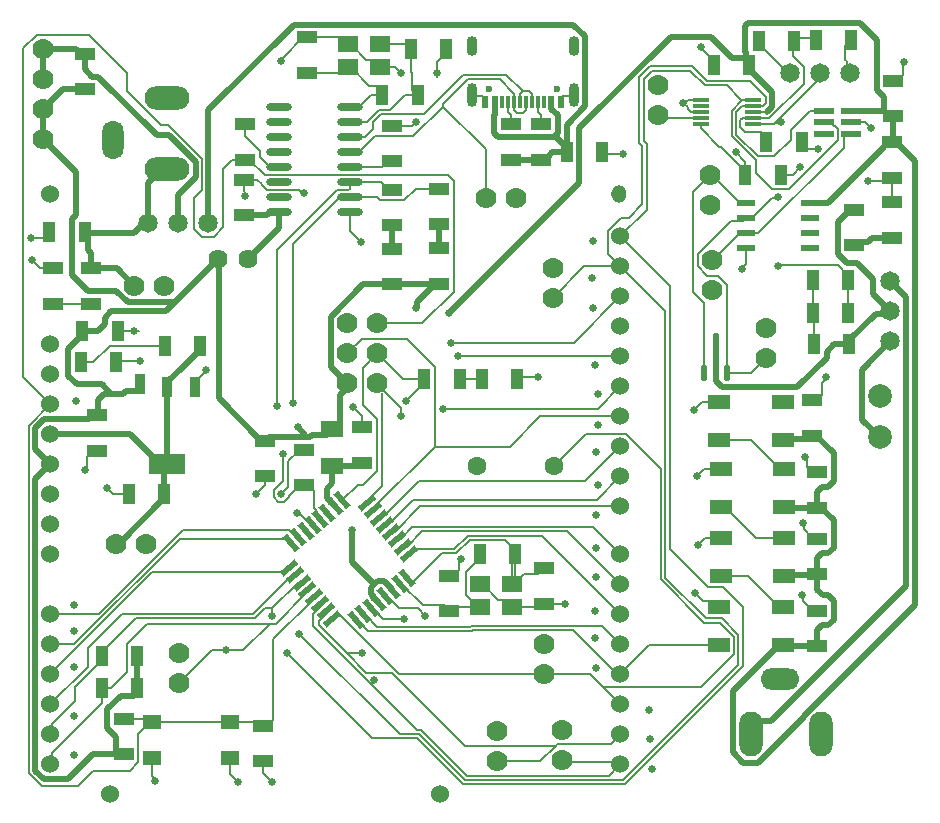
<source format=gtl>
G04*
G04 #@! TF.GenerationSoftware,Altium Limited,Altium Designer,24.2.2 (26)*
G04*
G04 Layer_Physical_Order=1*
G04 Layer_Color=255*
%FSLAX44Y44*%
%MOMM*%
G71*
G04*
G04 #@! TF.SameCoordinates,C9C70787-D61E-4D50-BDF8-59307FDF8C79*
G04*
G04*
G04 #@! TF.FilePolarity,Positive*
G04*
G01*
G75*
%ADD11C,0.5080*%
%ADD13C,0.1524*%
%ADD22R,0.6000X1.1400*%
%ADD23R,0.3000X1.1400*%
%ADD24R,1.8034X1.1176*%
%ADD25R,1.1176X1.8034*%
%ADD26R,1.9000X1.2065*%
G04:AMPARAMS|DCode=27|XSize=0.508mm|YSize=1.65mm|CornerRadius=0mm|HoleSize=0mm|Usage=FLASHONLY|Rotation=40.000|XOffset=0mm|YOffset=0mm|HoleType=Round|Shape=Rectangle|*
%AMROTATEDRECTD27*
4,1,4,0.3357,-0.7953,-0.7249,0.4687,-0.3357,0.7953,0.7249,-0.4687,0.3357,-0.7953,0.0*
%
%ADD27ROTATEDRECTD27*%

G04:AMPARAMS|DCode=28|XSize=0.508mm|YSize=1.65mm|CornerRadius=0mm|HoleSize=0mm|Usage=FLASHONLY|Rotation=310.000|XOffset=0mm|YOffset=0mm|HoleType=Round|Shape=Rectangle|*
%AMROTATEDRECTD28*
4,1,4,-0.7953,-0.3357,0.4687,0.7249,0.7953,0.3357,-0.4687,-0.7249,-0.7953,-0.3357,0.0*
%
%ADD28ROTATEDRECTD28*%

%ADD29O,2.2000X0.6096*%
%ADD30R,1.5000X1.2000*%
%ADD31R,0.8382X1.7000*%
%ADD32R,3.0988X1.7000*%
%ADD33R,1.4500X0.3000*%
%ADD34R,1.4700X0.3000*%
G04:AMPARAMS|DCode=35|XSize=1.61mm|YSize=0.59mm|CornerRadius=0.0738mm|HoleSize=0mm|Usage=FLASHONLY|Rotation=0.000|XOffset=0mm|YOffset=0mm|HoleType=Round|Shape=RoundedRectangle|*
%AMROUNDEDRECTD35*
21,1,1.6100,0.4425,0,0,0.0*
21,1,1.4625,0.5900,0,0,0.0*
1,1,0.1475,0.7313,-0.2213*
1,1,0.1475,-0.7313,-0.2213*
1,1,0.1475,-0.7313,0.2213*
1,1,0.1475,0.7313,0.2213*
%
%ADD35ROUNDEDRECTD35*%
%ADD36R,1.8542X1.3716*%
%ADD37R,1.8000X1.4000*%
G04:AMPARAMS|DCode=38|XSize=1.35mm|YSize=0.59mm|CornerRadius=0.1475mm|HoleSize=0mm|Usage=FLASHONLY|Rotation=90.000|XOffset=0mm|YOffset=0mm|HoleType=Round|Shape=RoundedRectangle|*
%AMROUNDEDRECTD38*
21,1,1.3500,0.2950,0,0,90.0*
21,1,1.0550,0.5900,0,0,90.0*
1,1,0.2950,0.1475,0.5275*
1,1,0.2950,0.1475,-0.5275*
1,1,0.2950,-0.1475,-0.5275*
1,1,0.2950,-0.1475,0.5275*
%
%ADD38ROUNDEDRECTD38*%
%ADD39R,1.5500X0.6000*%
%ADD73C,0.6000*%
%ADD74O,0.9000X2.0000*%
%ADD75O,0.9000X1.7000*%
%ADD76C,1.6200*%
%ADD77O,1.8000X3.3000*%
%ADD78O,3.8000X2.0000*%
%ADD79C,1.7780*%
%ADD80C,1.6500*%
%ADD81C,1.5240*%
%ADD82O,3.3000X1.8000*%
%ADD83O,2.0000X3.8000*%
%ADD84C,1.6000*%
%ADD85C,2.0000*%
%ADD86O,1.2700X1.5240*%
%ADD87C,0.6350*%
D11*
X725043Y621974D02*
Y664282D01*
X710637Y678688D02*
X725043Y664282D01*
X616132Y678688D02*
X710637D01*
X613156Y675712D02*
X616132Y678688D01*
X613156Y654359D02*
Y675712D01*
X616966Y639191D02*
Y642620D01*
X721233Y496824D02*
X737870D01*
X451811Y582168D02*
X452410Y582767D01*
X449450Y605865D02*
X454787Y600528D01*
X452410Y582767D02*
X454787Y585144D01*
X452410Y582513D02*
X462534Y572389D01*
X452410Y582513D02*
Y582767D01*
X449450Y605865D02*
Y611630D01*
X404169Y582168D02*
X451811D01*
X450143Y568960D02*
X462534D01*
X447167Y565984D02*
X450143Y568960D01*
X447167Y565912D02*
Y565984D01*
X415290Y562864D02*
X444119D01*
X447167Y565912D01*
X462534Y592216D02*
X478280Y607962D01*
X468214Y677164D02*
X478280Y667098D01*
X462534Y568960D02*
Y572389D01*
X401450Y600785D02*
Y611630D01*
X454787Y585144D02*
Y600528D01*
X462534Y572389D02*
Y592216D01*
X401193Y585144D02*
X404169Y582168D01*
X401193Y585144D02*
Y600528D01*
X401450Y600785D01*
X616966Y639191D02*
Y646049D01*
X631951Y603250D02*
X636156Y607454D01*
X159208Y604923D02*
X231449Y677164D01*
X167736Y360711D02*
Y478694D01*
X130810Y441960D02*
X167640Y478790D01*
X193040D02*
X219202Y504952D01*
X167640Y478790D02*
X167736Y478694D01*
X65731Y633222D02*
X115521Y583432D01*
X126034D01*
X133350Y533244D02*
X148540Y548434D01*
X133350Y509270D02*
Y533244D01*
X126034Y583432D02*
X148540Y560927D01*
X107950Y509270D02*
Y543133D01*
X104860Y509270D02*
X107950D01*
X618180Y76200D02*
Y81016D01*
X625072Y87908D01*
X635800D01*
X61441Y59690D02*
X84201D01*
X39851Y38100D02*
X61441Y59690D01*
X20140Y38100D02*
X39851D01*
X12700Y45539D02*
X20140Y38100D01*
X12700Y45539D02*
Y292100D01*
X25400Y304800D01*
X22860Y307340D02*
X25400D01*
X12700Y317500D02*
X22860Y307340D01*
X12700Y317500D02*
Y335461D01*
X20140Y342900D01*
X57785D01*
X61341Y346456D01*
X64770D01*
X19050Y580390D02*
Y605790D01*
Y580390D02*
X46990Y552450D01*
Y516073D02*
Y552450D01*
X43688Y512771D02*
X46990Y516073D01*
X43688Y465129D02*
Y512771D01*
Y465129D02*
X57205Y451612D01*
X81081D01*
X90733Y441960D01*
X130810D01*
X19050Y605790D02*
X35814Y622554D01*
X54610D01*
X52324Y414401D02*
Y417830D01*
X40386Y402463D02*
X52324Y414401D01*
X40386Y380039D02*
Y402463D01*
Y380039D02*
X47707Y372718D01*
X68934D01*
X77034Y364617D01*
X52324Y417830D02*
X65532D01*
X71274Y423572D01*
Y428598D01*
X77017Y434340D01*
X123190D01*
X130810Y441960D01*
X66040Y347726D02*
Y359664D01*
X70993Y364617D01*
X77034D01*
X81153Y62738D02*
X84201Y59690D01*
X81153Y62738D02*
Y74350D01*
X73533Y81970D02*
X81153Y74350D01*
X73533Y81970D02*
Y97354D01*
X85272Y109093D01*
X95758D01*
X98806Y112141D01*
X101346Y368511D02*
Y372820D01*
X99695Y366860D02*
X101346Y368511D01*
X89486Y366860D02*
X99695D01*
X87243Y364617D02*
X89486Y366860D01*
X77034Y364617D02*
X87243D01*
X203581Y324866D02*
X207010D01*
X210058Y327914D01*
X241300D01*
X234950Y336206D02*
Y336550D01*
Y336206D02*
X241300Y329856D01*
Y327914D02*
Y329856D01*
X262890Y387350D02*
X275463Y374777D01*
X262890Y387350D02*
Y429967D01*
X290377Y457454D01*
X312166D01*
X264160Y334391D02*
X266573D01*
X270891Y338709D01*
Y363974D01*
X275463Y368546D01*
Y374777D01*
X280670Y222134D02*
Y248920D01*
Y222134D02*
X299546Y203258D01*
X298858Y191791D02*
X302528Y188121D01*
X298858Y191791D02*
Y192795D01*
X296425Y195227D02*
X298858Y192795D01*
X296425Y195227D02*
Y200137D01*
X299546Y203258D01*
X314786Y198407D02*
Y199093D01*
X307501Y206378D02*
X314786Y199093D01*
X302667Y206378D02*
X307501D01*
X299546Y203258D02*
X302667Y206378D01*
X312166Y457454D02*
X312293Y457581D01*
X350774D01*
X335523Y442330D02*
X350774Y457581D01*
X335523Y437123D02*
Y442330D01*
X335280Y436880D02*
X335523Y437123D01*
X350774Y457581D02*
X350901Y457708D01*
X354330D01*
X737870Y577596D02*
X741299D01*
X663100Y90794D02*
Y91446D01*
X624426Y52120D02*
X663100Y90794D01*
X611934Y52120D02*
X624426D01*
X603100Y60954D02*
X611934Y52120D01*
X603100Y60954D02*
Y112589D01*
X642022Y151511D01*
X645490D01*
X613918Y649097D02*
Y653597D01*
X613156Y654359D02*
X613918Y653597D01*
X725043Y621974D02*
X731545Y615472D01*
Y603860D02*
Y615472D01*
X613918Y649097D02*
X616966Y646049D01*
X645490Y151511D02*
X645680Y151320D01*
X674180D01*
X674370Y151130D01*
X645490Y325501D02*
X646061Y326073D01*
X664019D01*
X667131Y329184D01*
X646760Y209931D02*
X647840Y211010D01*
X673290D01*
X674370Y212090D01*
X646760Y268351D02*
X646824Y268288D01*
X674306D01*
X674370Y268224D01*
X668350Y525780D02*
X683720D01*
X731393Y573453D01*
Y574548D01*
X735711Y578866D01*
X673989Y329184D02*
X688467Y314706D01*
Y290504D02*
Y314706D01*
X683931Y285968D02*
X688467Y290504D01*
X678906Y285968D02*
X683931D01*
X674370Y281432D02*
X678906Y285968D01*
X674370Y268224D02*
Y281432D01*
Y151130D02*
Y164338D01*
X678906Y168874D01*
X683931D01*
X688467Y173410D01*
Y188794D01*
X683423Y193838D02*
X688467Y188794D01*
X679414Y193838D02*
X683423D01*
X674370Y198882D02*
X679414Y193838D01*
X674370Y198882D02*
Y212090D01*
Y225298D01*
X678906Y229834D01*
X683931D01*
X688467Y234370D01*
Y257556D01*
X677799Y268224D02*
X688467Y257556D01*
X674370Y268224D02*
X677799D01*
X703600Y603860D02*
X731545D01*
X735711Y599694D01*
X739140D01*
Y578866D02*
Y599694D01*
X19050Y631190D02*
Y656590D01*
X47117D01*
X51181Y652526D01*
X54610D01*
X60960Y633222D02*
X65731D01*
X54610Y639572D02*
X60960Y633222D01*
X54610Y639572D02*
Y652526D01*
X54356Y501650D02*
X56388D01*
X57404Y500634D01*
X55372D02*
X57404Y498602D01*
Y486410D02*
Y498602D01*
Y486410D02*
X59690Y484124D01*
Y470916D02*
Y484124D01*
Y470916D02*
X81534D01*
X96520Y455930D01*
X189230Y515874D02*
X208689D01*
X210975Y518160D01*
X219202D01*
X712630Y342740D02*
X727710Y327660D01*
X712630Y342740D02*
Y384970D01*
X736600Y408940D01*
X688594Y406400D02*
X701802D01*
X593930Y370440D02*
X657659D01*
X588620Y375750D02*
X593930Y370440D01*
X588620Y375750D02*
Y408870D01*
X699698Y475107D02*
X708478D01*
X692023Y482782D02*
X699698Y475107D01*
X692023Y482782D02*
Y509778D01*
X702691Y520446D01*
X706120D01*
X701802Y406400D02*
Y409829D01*
X724128Y432155D01*
X734415D01*
X736600Y434340D01*
X354330Y487680D02*
X354584Y487934D01*
Y508000D01*
X314706Y487426D02*
Y507238D01*
X262320Y272875D02*
X265990Y269205D01*
X262320Y272875D02*
Y273878D01*
X259693Y276505D02*
X262320Y273878D01*
X259693Y276505D02*
Y284204D01*
X264160Y288671D01*
Y303149D01*
X282956D01*
X286131Y306324D01*
X289560D01*
X25400Y330200D02*
X92586D01*
X113656Y309130D01*
X119698D01*
X81280Y237490D02*
X83185D01*
X121666Y275971D01*
Y279400D01*
X118110Y305320D02*
X121666Y301764D01*
Y280352D02*
Y301764D01*
X119698Y306908D02*
X122872D01*
X124460Y305320D01*
Y374629D01*
X137297Y387466D01*
X137911D01*
X152146Y401701D01*
Y405130D01*
X602306Y649097D02*
X613918D01*
X736600Y459740D02*
X749930Y446410D01*
X231449Y677164D02*
X468214D01*
X709168Y493522D02*
X717931D01*
X721233Y496824D01*
X96224Y500634D02*
X104860Y509270D01*
X363220Y433070D02*
X473202Y543052D01*
X167736Y360711D02*
X203581Y324866D01*
X616966Y639191D02*
X636156Y620001D01*
X721447Y449493D02*
X736600Y434340D01*
X663100Y91446D02*
X757042Y185388D01*
X247269Y330073D02*
X259842D01*
X667131Y329184D02*
X673989D01*
X757042Y185388D02*
Y561853D01*
X708478Y475107D02*
X721447Y462139D01*
X741299Y577596D02*
X757042Y561853D01*
X682498Y395279D02*
Y400304D01*
X219202Y504952D02*
Y518160D01*
X148540Y548434D02*
Y560927D01*
X158750Y509270D02*
X159208Y509728D01*
X107950Y543133D02*
X119497Y554680D01*
X682498Y400304D02*
X688594Y406400D01*
X721447Y449493D02*
Y462139D01*
X706120Y490474D02*
X709168Y493522D01*
X57404Y500634D02*
X96224D01*
X635800Y87908D02*
X749930Y202038D01*
Y446410D01*
X550512Y666686D02*
X584717D01*
X98806Y112141D02*
Y142240D01*
X473202Y589376D02*
X550512Y666686D01*
X584717D02*
X602306Y649097D01*
X473202Y543052D02*
Y589376D01*
X657659Y370440D02*
X682498Y395279D01*
X259842Y330073D02*
X264160Y334391D01*
X636156Y607454D02*
Y620001D01*
X241300Y327914D02*
X245110D01*
X478280Y607962D02*
Y667098D01*
X245110Y327914D02*
X247269Y330073D01*
X119497Y554680D02*
X124460D01*
X159208Y509728D02*
Y604923D01*
X118110Y305320D02*
X119698Y306908D01*
X118110Y305320D02*
X124460D01*
X84201Y59690D02*
X87630D01*
D13*
X655066Y665480D02*
X672084D01*
X673354Y664210D01*
X655066Y662940D02*
Y665480D01*
X698500Y647568D02*
Y659384D01*
X703326Y664210D01*
X698500Y647568D02*
X699445Y646624D01*
Y639136D02*
Y646624D01*
Y639136D02*
X702310Y636270D01*
X653796Y650321D02*
Y661670D01*
X655066Y662940D01*
X653796Y650321D02*
X663062Y641055D01*
Y626817D02*
Y641055D01*
X634161Y597916D02*
X663062Y626817D01*
X629742Y597916D02*
X634161D01*
X629606Y598052D02*
X629742Y597916D01*
X620368Y598052D02*
X629606D01*
X620170Y598250D02*
X620368Y598052D01*
X624713Y662940D02*
X625094D01*
X623824Y662051D02*
X624713Y662940D01*
X649605Y636270D02*
X651510D01*
X623824Y662051D02*
X649605Y636270D01*
X651510D01*
X637934Y593250D02*
X676910Y632226D01*
Y636270D01*
X505460Y127000D02*
X508000D01*
X467868Y164592D02*
X505460Y127000D01*
X382581Y164592D02*
X467868D01*
X46016Y104436D02*
Y115993D01*
X25400Y76200D02*
X26793Y77593D01*
Y85213D01*
X46016Y104436D01*
X226060Y144780D02*
X297954Y72886D01*
X670560Y359156D02*
X673989D01*
X662940Y255270D02*
X663194Y255016D01*
Y249809D02*
Y255016D01*
Y249809D02*
X670941Y242062D01*
X421894Y378460D02*
X439420D01*
X666115Y303022D02*
Y307939D01*
X664210Y309844D02*
Y311150D01*
X220980Y647700D02*
X221903Y648623D01*
X289560Y336296D02*
Y345440D01*
X440690Y592836D02*
Y600808D01*
X437952Y603546D02*
X440690Y600808D01*
X298694Y588430D02*
Y594575D01*
X423148Y618698D02*
X425082Y620632D01*
X437950Y611630D02*
X437952Y611628D01*
Y603546D02*
Y611628D01*
X432752Y611828D02*
X432950Y611630D01*
X430818Y620632D02*
X432752Y618698D01*
Y611828D02*
Y618698D01*
X427752Y604562D02*
Y611432D01*
X427950Y611630D01*
X425082Y620632D02*
X430818D01*
X425818Y602628D02*
X427752Y604562D01*
X420082Y602628D02*
X425818D01*
X417752Y611828D02*
Y618698D01*
X492506Y568960D02*
X493776Y567690D01*
X341974Y601345D02*
X374917Y634288D01*
X418148Y604562D02*
Y611432D01*
X412950Y603347D02*
Y611630D01*
X415290Y592836D02*
Y601007D01*
X382200Y617430D02*
X383062Y616568D01*
X393450Y611630D02*
Y614330D01*
X383062Y616568D02*
X391212D01*
X393450Y614330D01*
X467838Y616568D02*
X468700Y617430D01*
X457450Y611630D02*
Y614330D01*
X459688Y616568D01*
X467838D01*
X417752Y611828D02*
X418148Y611432D01*
Y604562D02*
X420082Y602628D01*
X422950Y611630D02*
X423148Y611828D01*
Y618698D01*
X405718Y630732D02*
X417752Y618698D01*
X493776Y567690D02*
X510540D01*
X412950Y603347D02*
X415290Y601007D01*
X17930Y32766D02*
X48955D01*
X153874Y537148D02*
Y563136D01*
X7366Y337670D02*
X25296Y355600D01*
X147198Y530472D02*
X153874Y537148D01*
X119144Y592184D02*
X124826D01*
X25400Y50800D02*
X26910Y52310D01*
Y60706D01*
X68834Y102630D01*
Y115570D01*
X76708D01*
X89916Y128778D01*
Y152625D01*
X107344Y170053D01*
X211461D01*
X134620Y119380D02*
X162560Y147320D01*
X188728D02*
X211461Y170053D01*
X241600Y195610D02*
Y198746D01*
X216043Y170053D02*
X241600Y195610D01*
X211461Y170053D02*
X216043D01*
X581892Y200597D02*
X594865D01*
X527558Y631160D02*
X534700Y638302D01*
X597810Y625776D02*
X610336Y613250D01*
X680700Y594360D02*
X685800D01*
X689048Y591112D01*
X689686D01*
X692052Y588746D01*
Y579051D02*
Y588746D01*
X650592Y537591D02*
X692052Y579051D01*
X636680Y537591D02*
X650592D01*
X622554Y551717D02*
X636680Y537591D01*
X610336Y613250D02*
X620170D01*
X46016Y115993D02*
X66851Y136828D01*
Y143686D01*
X213360Y176530D02*
Y183045D01*
X235093Y204778D02*
X237985D01*
X213360Y183045D02*
X235093Y204778D01*
X450850Y445770D02*
X477520Y472440D01*
X508000D01*
X497078Y483362D02*
X508000Y472440D01*
X497078Y483362D02*
Y502364D01*
X508302Y513588D01*
X514936D01*
X526542Y525194D01*
X630822Y610382D02*
Y616118D01*
X628888Y608448D02*
X630822Y610382D01*
X620368Y608448D02*
X628888D01*
X620170Y608250D02*
X620368Y608448D01*
X668151Y603860D02*
X680700D01*
X652526Y588235D02*
X668151Y603860D01*
X652526Y579657D02*
Y588235D01*
X638400Y565531D02*
X652526Y579657D01*
X624488Y565531D02*
X638400D01*
X611281Y608250D02*
X620170D01*
X231140Y491314D02*
X270686Y530860D01*
X231140Y356870D02*
Y491314D01*
X253332Y184373D02*
Y186488D01*
X247302Y178343D02*
X253332Y184373D01*
X247302Y168193D02*
Y178343D01*
Y168193D02*
X296648Y118848D01*
X270686Y530860D02*
X301781D01*
X304321Y528320D01*
X325091D01*
X334743Y537972D01*
X354584D01*
X296648Y118848D02*
X299720Y121920D01*
X498348Y41148D02*
X508000Y50800D01*
X296648Y118848D02*
X335497Y79998D01*
X458470Y54610D02*
X460375Y52705D01*
X506095D01*
X508000Y50800D01*
X16764Y470916D02*
X27940D01*
X10160Y477520D02*
X16764Y470916D01*
X61341Y316484D02*
X64770D01*
X56515Y311658D02*
X61341Y316484D01*
X78740Y279400D02*
X91694D01*
X73660Y284480D02*
X78740Y279400D01*
X147574Y370320D02*
Y374629D01*
X157755Y384810D01*
X177392Y42318D02*
Y56278D01*
Y42318D02*
X184150Y35560D01*
X189230Y535940D02*
Y545846D01*
Y535940D02*
X190500Y534670D01*
X189230Y545846D02*
X200533D01*
X204576Y541803D01*
Y541253D02*
Y541803D01*
Y541253D02*
X208620Y537210D01*
X207010Y287020D02*
Y294894D01*
X199390Y279400D02*
X207010Y287020D01*
X205740Y43180D02*
Y53594D01*
Y43180D02*
X212090Y36830D01*
X236601Y317246D02*
X240030D01*
X739140Y629666D02*
X742569D01*
X747395Y634492D01*
Y644525D01*
X748030Y645160D01*
X271844Y666496D02*
X277630Y660710D01*
X279630D01*
X292792Y647548D01*
X297792D01*
X304030Y641310D01*
X278638Y502412D02*
Y518160D01*
Y502412D02*
X288290Y492760D01*
X296496Y183060D02*
X297980D01*
X307050Y173990D01*
X325120D01*
X304030Y641310D02*
X317540D01*
X322580Y636270D01*
X308754Y193346D02*
X310238D01*
X320442Y183142D01*
X336288D01*
X342900Y176530D01*
X314960Y591566D02*
X331180D01*
X333974Y594360D01*
X335280D01*
X360426Y653161D02*
Y656590D01*
X353060Y645795D02*
X360426Y653161D01*
X363220Y210566D02*
X366649D01*
X371475Y215392D01*
X389390Y203240D02*
X391390D01*
X404552Y190078D01*
X409552D01*
X415790Y183840D01*
X440126D01*
X443230Y186944D01*
X565026Y613250D02*
X576170D01*
X562646Y610870D02*
X565026Y613250D01*
X561340Y610870D02*
X562646D01*
X575972Y603448D02*
X576170Y603250D01*
X567452Y603448D02*
X575972D01*
X565201Y605699D02*
X567452Y603448D01*
X565201Y605699D02*
Y607009D01*
X561340Y610870D02*
X565201Y607009D01*
X577469Y357759D02*
X591490D01*
X570230Y350520D02*
X577469Y357759D01*
X586219Y189039D02*
X591490Y183769D01*
X578041Y189039D02*
X586219D01*
X571500Y195580D02*
X578041Y189039D01*
X578739Y300609D02*
X592760D01*
X572770Y294640D02*
X578739Y300609D01*
X580009Y242189D02*
X592760D01*
X574040Y236220D02*
X580009Y242189D01*
X737870Y526796D02*
Y547624D01*
X586994Y642620D02*
Y646049D01*
X643636Y549910D02*
X653751D01*
X660250Y556410D01*
X661416Y576326D02*
Y577850D01*
Y576326D02*
X666242Y571500D01*
X675341D01*
X670941Y181102D02*
X674370D01*
X670941Y242062D02*
X674370D01*
X735076Y544830D02*
X737870Y547624D01*
X717550Y544830D02*
X735076D01*
X703600Y594360D02*
X715010D01*
X720090Y589280D01*
X2413Y378587D02*
Y657195D01*
X14000Y668782D01*
X57629D01*
X153965Y497718D02*
X163535D01*
X109892Y86278D02*
X111392D01*
X99949Y76335D02*
X109892Y86278D01*
X99949Y52734D02*
Y76335D01*
X92427Y45212D02*
X99949Y52734D01*
X87630Y89662D02*
X108008D01*
X111392Y86278D01*
X203028D02*
X205740Y83566D01*
X193929Y562864D02*
X206883Y549910D01*
X361921D01*
X366903Y544928D01*
Y451006D02*
Y544928D01*
X340077Y424180D02*
X366903Y451006D01*
X302260Y424180D02*
X340077D01*
X205740Y83566D02*
X209169D01*
X213995Y88392D01*
Y156761D01*
X248271Y191036D01*
Y192520D01*
X229869Y211005D02*
X232760D01*
X278638Y581660D02*
X291924D01*
X278638Y568960D02*
X286590D01*
X300306Y582676D01*
X332756D01*
X357767Y607687D01*
X27940Y440944D02*
X59690D01*
X211250Y556260D02*
X219202D01*
X202819Y564691D02*
X211250Y556260D01*
X202819Y564691D02*
Y570191D01*
X190500Y582510D02*
X202819Y570191D01*
X190500Y582510D02*
Y592836D01*
X278638Y607060D02*
X286590D01*
X296750Y617220D01*
X306324D01*
X277630Y641310D02*
X279630D01*
X295465Y625475D01*
X301498D01*
X306324Y620649D01*
Y617220D02*
Y620649D01*
X242570Y636524D02*
X272844D01*
X277630Y641310D01*
X278638Y556260D02*
X306197D01*
X311531Y561594D01*
X314960D01*
X593189Y573815D02*
X613664Y553339D01*
X591819Y573815D02*
X593189D01*
X576170Y589464D02*
X591819Y573815D01*
X576170Y589464D02*
Y593250D01*
X671068Y433070D02*
X671830Y432308D01*
Y406400D02*
Y432308D01*
X670814Y461010D02*
X671068Y460756D01*
Y433070D02*
Y460756D01*
X584200Y549910D02*
X585470D01*
X609600Y525780D01*
X614350D01*
X579120Y382270D02*
Y441228D01*
X700786Y433324D02*
X701040Y433070D01*
X700786Y433324D02*
Y464439D01*
X691896Y473329D02*
X700786Y464439D01*
X642239Y473329D02*
X691896D01*
X641350Y472440D02*
X642239Y473329D01*
X613664Y549910D02*
Y553339D01*
Y561086D01*
X605790Y568960D02*
X613664Y561086D01*
X327045Y208693D02*
X329698Y206040D01*
X333216D01*
X380349Y240919D02*
X409956D01*
X415790Y235085D01*
X539750Y600710D02*
X542012Y598448D01*
X575972D01*
X576170Y598250D01*
X415790Y203240D02*
Y235085D01*
Y203240D02*
X417790D01*
X426640Y212090D01*
X438404D01*
X443230Y216916D01*
X415790Y203240D02*
X418846Y206296D01*
Y228600D01*
X591490Y325501D02*
X618400D01*
X643292Y300609D01*
X646760D01*
X329191Y229253D02*
X332861Y232923D01*
X367324D01*
X592760Y209931D02*
X615860D01*
X642022Y183769D01*
X645490D01*
X293272Y272059D02*
Y273543D01*
X305943Y286214D01*
Y365298D01*
X301879Y299368D02*
Y343252D01*
X290068Y355063D02*
X301879Y343252D01*
X290068Y355063D02*
Y386588D01*
X302260Y398780D01*
X323850Y377190D01*
X341884D01*
Y373761D02*
Y377190D01*
X326390Y358267D02*
X341884Y373761D01*
X326390Y358140D02*
Y358267D01*
X370840Y396240D02*
X508000D01*
X321013Y203631D02*
X322497D01*
X340708Y185420D01*
X358394D01*
X363220Y180594D01*
X366466Y183840D01*
X387390D01*
X377088Y194142D02*
X387390Y183840D01*
X377088Y194142D02*
Y213385D01*
X388874Y225171D01*
Y228600D01*
X276860Y398780D02*
X289052Y410972D01*
X327377D01*
X350774Y387575D01*
Y319952D02*
Y387575D01*
X298334Y266027D02*
Y267511D01*
X350774Y319952D01*
X468630Y407670D02*
X508000Y447040D01*
X227655Y278328D02*
X236601Y287274D01*
X227655Y277267D02*
Y278328D01*
X223536Y273148D02*
X227655Y277267D01*
X218170Y273148D02*
X223536D01*
X214376Y276942D02*
X218170Y273148D01*
X214376Y276942D02*
Y282985D01*
X222250Y290859D01*
Y313690D01*
X243459Y287274D02*
X248285Y282448D01*
Y267883D02*
Y282448D01*
Y267883D02*
X250061Y266107D01*
Y262589D02*
Y266107D01*
Y262589D02*
X253732Y258919D01*
X371856Y377190D02*
X390652D01*
X631444Y577850D02*
Y581279D01*
X626618Y586105D02*
X631444Y581279D01*
X613795Y586105D02*
X626618D01*
X609518Y590382D02*
X613795Y586105D01*
X609518Y590382D02*
Y596118D01*
X611452Y598052D01*
X619972D01*
X620170Y598250D01*
X598120Y382270D02*
Y456712D01*
X590241Y464591D02*
X598120Y456712D01*
X581157Y464591D02*
X590241D01*
X573278Y472470D02*
X581157Y464591D01*
X573278Y472470D02*
Y482570D01*
X601550Y510842D01*
X612112D01*
X614350Y513080D01*
X598120Y382270D02*
X618490D01*
X631190Y394970D01*
X614350Y513080D02*
X619100D01*
X636211Y530191D01*
X640427D01*
X641350Y531114D01*
X585470Y477520D02*
X586740D01*
X609600Y500380D01*
X624386D01*
X697049Y573044D01*
Y582672D01*
X699238Y584860D01*
X703600D01*
X278638Y538226D02*
Y543560D01*
X277622Y537210D02*
X278638Y538226D01*
X268056Y537210D02*
X277622D01*
X217170Y486324D02*
X268056Y537210D01*
X217170Y354330D02*
Y486324D01*
X258557Y178434D02*
Y180262D01*
X252363Y172241D02*
X258557Y178434D01*
X252363Y168879D02*
Y172241D01*
Y168879D02*
X276463Y144780D01*
X289560D01*
X276463D02*
X292846Y128397D01*
X278638Y543560D02*
X304927D01*
X311277Y537210D01*
X314706D01*
X403860Y53340D02*
X439958D01*
X453166Y66548D01*
X499618Y67818D02*
X508000Y76200D01*
X454436Y67818D02*
X499618D01*
X453166Y66548D02*
X454436Y67818D01*
X263618Y174230D02*
X266808Y177421D01*
X270326D01*
X320747Y127000D01*
X25400D02*
X111766Y213366D01*
X224028D01*
X227699Y217036D01*
X482600Y127000D02*
X493522Y116078D01*
X451600Y303530D02*
X479032Y330962D01*
X512524D01*
X542509Y300977D01*
X604292Y144111D02*
Y158911D01*
X576259Y116078D02*
X604292Y144111D01*
X493522Y116078D02*
X576259D01*
X493522D02*
X508000Y101600D01*
X225545Y242017D02*
X229215Y238347D01*
X227226Y249601D02*
X233419Y243409D01*
X235247D01*
X284238Y172774D02*
X285722D01*
X508000Y127000D02*
X532511Y151511D01*
X591490D01*
X290270Y177835D02*
X291754D01*
X302076Y167513D01*
X380473D01*
X592760Y268351D02*
X596227D01*
X622389Y242189D01*
X646760D01*
X51054Y391160D02*
X61751D01*
X75721Y405130D01*
X122174D01*
X324130Y235284D02*
X327021D01*
X318905Y241511D02*
X321797D01*
X313844Y247543D02*
X316735D01*
X338433Y269240D01*
X508000D01*
X308619Y253769D02*
X311511D01*
X332469Y274728D01*
X488088D01*
X508000Y294640D01*
X303558Y259801D02*
X306450D01*
X337092Y290443D01*
X478403D01*
X508000Y320040D01*
X313280Y604901D02*
X325599Y617220D01*
X336296D01*
X304030Y660710D02*
X326334D01*
X330454Y656590D01*
X331470Y622046D02*
X336296Y617220D01*
X331470Y622046D02*
Y636397D01*
X330454Y637413D02*
X331470Y636397D01*
X330454Y637413D02*
Y656590D01*
X82296Y417830D02*
X100330D01*
X179197Y562864D02*
X193929D01*
X111392Y86278D02*
X203028D01*
X162560Y147320D02*
X188728D01*
X353060Y632460D02*
Y645795D01*
X298694Y594575D02*
X305464Y601345D01*
X272022Y274266D02*
X285453Y287697D01*
X508000Y472440D02*
X546065Y434375D01*
X57629Y668782D02*
X90095Y636315D01*
X81026Y391160D02*
X82296Y392430D01*
X371475Y215392D02*
Y221579D01*
X662593Y189450D02*
X670941Y181102D01*
X605962Y602931D02*
X611281Y608250D01*
X533227Y641858D02*
X568481D01*
X577503Y655540D02*
Y656202D01*
X524002Y577202D02*
Y632633D01*
X549621Y232868D02*
X581892Y200597D01*
X605962Y584057D02*
Y602931D01*
X272022Y274266D02*
X272022D01*
X380473Y167513D02*
X381108Y168148D01*
X314321Y128397D02*
X376170Y66548D01*
X614350Y474143D02*
Y487680D01*
X567008Y638302D02*
X579534Y625776D01*
X221903Y648623D02*
Y649258D01*
X607848Y135202D02*
Y160384D01*
X581007Y629332D02*
X617608D01*
X234286Y265086D02*
Y265430D01*
X285453Y287697D02*
X290207D01*
X339768Y248031D02*
X463169D01*
X171366Y555033D02*
X179197Y562864D01*
X549621Y232868D02*
Y456219D01*
X508000Y497840D02*
X530098Y519938D01*
X357767Y607687D02*
Y609531D01*
X414787Y319952D02*
X440275Y345440D01*
X530098Y519938D02*
Y576135D01*
X443484Y186690D02*
X461010D01*
X364490Y407670D02*
X468630D01*
X643275Y593745D02*
X643890Y594360D01*
X508000Y497840D02*
X549621Y456219D01*
X234286Y265086D02*
X245678Y253694D01*
X622554Y551717D02*
Y562436D01*
X527558Y578675D02*
Y631160D01*
X278638Y594360D02*
X293450D01*
X620170Y593250D02*
X637934D01*
X327021Y235284D02*
X339768Y248031D01*
X637934Y593250D02*
X638429Y593745D01*
X302260Y373110D02*
Y373380D01*
X25296Y355600D02*
X25400D01*
X336133Y72886D02*
X374982Y34036D01*
X602406Y604404D02*
X610336Y612333D01*
X8890Y496570D02*
X19558D01*
X612065Y471858D02*
X614350Y474143D01*
X350774Y319952D02*
X414787D01*
X7366Y43330D02*
X17930Y32766D01*
X376455Y37592D02*
X510238D01*
X368797Y229367D02*
X380349Y240919D01*
X378968Y630732D02*
X405718D01*
X226776Y307421D02*
X236601Y317246D01*
X577243Y656463D02*
X577503Y656202D01*
X2413Y378587D02*
X25400Y355600D01*
X605962Y584057D02*
X624488Y565531D01*
X612065Y469975D02*
Y471858D01*
X226776Y285548D02*
Y307421D01*
X579534Y625776D02*
X597810D01*
X320747Y127000D02*
X482600D01*
X638429Y593745D02*
X643275D01*
X61401Y45212D02*
X92427D01*
X527558Y578675D02*
X530098Y576135D01*
X594865Y200597D02*
X611404Y184057D01*
X239141Y666496D02*
X271844D01*
X220853Y279625D02*
X226776Y285548D01*
X546065Y208992D02*
Y434375D01*
X357767Y609531D02*
X378968Y630732D01*
X666115Y303022D02*
X670941Y298196D01*
X48955Y32766D02*
X61401Y45212D01*
X236220Y161290D02*
X321068Y76442D01*
X374917Y634288D02*
X411426D01*
X171366Y505549D02*
Y555033D01*
X580622Y174435D02*
X593798D01*
X290207Y287697D02*
X301879Y299368D01*
X463169Y248031D02*
X508000Y203200D01*
X611404Y133729D02*
Y184057D01*
X577503Y655540D02*
X586994Y646049D01*
X357767Y607687D02*
X393954Y571500D01*
X440275Y345440D02*
X508000D01*
X617608Y629332D02*
X630822Y616118D01*
X56901Y133101D02*
Y149581D01*
X542509Y207519D02*
X579149Y170879D01*
X510238Y37592D02*
X607848Y135202D01*
X25400Y101600D02*
X56901Y133101D01*
X546065Y208992D02*
X580622Y174435D01*
X85777Y178458D02*
X197322D01*
X593798Y174435D02*
X607848Y160384D01*
X197322Y178458D02*
X229869Y211005D01*
X568481Y641858D02*
X581007Y629332D01*
X337606Y76442D02*
X376455Y37592D01*
X377928Y41148D02*
X498348D01*
X66851Y143686D02*
X98067Y174902D01*
X339078Y79998D02*
X377928Y41148D01*
X321068Y76442D02*
X337606D01*
X335497Y79998D02*
X339078D01*
X526542Y525194D02*
Y574662D01*
X524002Y577202D02*
X526542Y574662D01*
X221903Y649258D02*
X239141Y666496D01*
X524002Y632633D02*
X533227Y641858D01*
X569722Y450626D02*
Y535432D01*
X19558Y496570D02*
X24384Y501396D01*
X206938Y183045D02*
X213360D01*
X569722Y535432D02*
X584200Y549910D01*
X664210Y309844D02*
X666115Y307939D01*
X98067Y174902D02*
X198794D01*
X662593Y189450D02*
Y193387D01*
X673989Y359156D02*
X678815Y363982D01*
X576580Y656463D02*
X577243D01*
X678815Y363982D02*
Y373979D01*
X333216Y206040D02*
X356544Y229367D01*
X283210Y351790D02*
X289560Y345440D01*
X356544Y229367D02*
X368797D01*
X393954Y530606D02*
Y571500D01*
X24384Y501396D02*
Y501650D01*
X670941Y298196D02*
X674370D01*
X56515Y302931D02*
Y311658D01*
X678815Y373979D02*
X681990Y377154D01*
X281940Y351790D02*
X283210D01*
X54610Y301026D02*
X56515Y302931D01*
X297954Y72886D02*
X336133D01*
X681990Y377154D02*
Y378460D01*
X305464Y601345D02*
X341974D01*
X661670Y194310D02*
X662593Y193387D01*
X245678Y253694D02*
X247506D01*
X198794Y174902D02*
X206938Y183045D01*
X25400Y152400D02*
X45771D01*
X236601Y287274D02*
X243459D01*
X54610Y299720D02*
Y301026D01*
X602406Y582584D02*
X622554Y562436D01*
X293450Y594360D02*
X303991Y604901D01*
X45771Y152400D02*
X135388Y242017D01*
X82296Y392430D02*
X101600D01*
X511711Y34036D02*
X611404Y133729D01*
X303991Y604901D02*
X313280D01*
X135388Y242017D02*
X225545D01*
X111392Y41044D02*
Y56278D01*
X602406Y582584D02*
Y604404D01*
X25400Y177800D02*
X66142D01*
X111392Y41044D02*
X114300Y38136D01*
X534700Y638302D02*
X567008D01*
X137944Y249601D02*
X227226D01*
X114300Y36830D02*
Y38136D01*
X610336Y612333D02*
Y613052D01*
X373380Y223484D02*
Y224790D01*
X612065Y469975D02*
X612140Y469900D01*
X208620Y537210D02*
X236184D01*
X420624Y377190D02*
X421894Y378460D01*
X292846Y128397D02*
X314321D01*
X236184Y537210D02*
X238724Y534670D01*
X381108Y168148D02*
X492252D01*
X376170Y66548D02*
X453166D01*
X367324Y232923D02*
X378876Y244475D01*
X238724Y534670D02*
X240030D01*
X492252Y168148D02*
X508000Y152400D01*
X441325Y244475D02*
X508000Y177800D01*
X378876Y244475D02*
X441325D01*
X371475Y221579D02*
X373380Y223484D01*
X443230Y186944D02*
X443484Y186690D01*
X124826Y592184D02*
X153874Y563136D01*
X485013Y251587D02*
X508000Y228600D01*
X90095Y621233D02*
Y636315D01*
X321797Y241511D02*
X331873Y251587D01*
X147198Y504485D02*
X153965Y497718D01*
X569722Y450626D02*
X579120Y441228D01*
X291924Y581660D02*
X298694Y588430D01*
X302260Y373110D02*
X322580Y352790D01*
X331873Y251587D02*
X485013D01*
X620170Y603250D02*
X631951D01*
X381946Y163957D02*
X382581Y164592D01*
X285722Y172774D02*
X294539Y163957D01*
X381946D01*
X411426Y634288D02*
X425082Y620632D01*
X579149Y170879D02*
X592325D01*
X56901Y149581D02*
X85777Y178458D01*
X592325Y170879D02*
X604292Y158911D01*
X374982Y34036D02*
X511711D01*
X66142Y177800D02*
X137944Y249601D01*
X322580Y345440D02*
Y352790D01*
X358140Y351790D02*
X488950D01*
X508000Y370840D01*
X163535Y497718D02*
X171366Y505549D01*
X90095Y621233D02*
X119144Y592184D01*
X147198Y504485D02*
Y530472D01*
X7366Y43330D02*
Y337670D01*
X542509Y207519D02*
Y300977D01*
X387390Y183840D02*
X389390D01*
D22*
X457450Y611630D02*
D03*
X449450D02*
D03*
X401450D02*
D03*
X393450D02*
D03*
D23*
X427950D02*
D03*
X432950D02*
D03*
X437950D02*
D03*
X442950D02*
D03*
X422950D02*
D03*
X417950D02*
D03*
X412950D02*
D03*
X407950D02*
D03*
D24*
X440690Y562864D02*
D03*
Y592836D02*
D03*
X415290D02*
D03*
Y562864D02*
D03*
X205740Y53594D02*
D03*
Y83566D02*
D03*
X670560Y329184D02*
D03*
Y359156D02*
D03*
X674370Y268224D02*
D03*
Y298196D02*
D03*
Y212090D02*
D03*
Y242062D02*
D03*
Y151130D02*
D03*
Y181102D02*
D03*
X363220Y180594D02*
D03*
Y210566D02*
D03*
X443230Y216916D02*
D03*
Y186944D02*
D03*
X207010Y294894D02*
D03*
Y324866D02*
D03*
X240030Y317246D02*
D03*
Y287274D02*
D03*
X242570Y666496D02*
D03*
Y636524D02*
D03*
X314960Y561594D02*
D03*
Y591566D02*
D03*
X190500Y562864D02*
D03*
Y592836D02*
D03*
X189230Y515874D02*
D03*
Y545846D02*
D03*
X27940Y440944D02*
D03*
Y470916D02*
D03*
X314706Y507238D02*
D03*
Y537210D02*
D03*
X354584Y508000D02*
D03*
Y537972D02*
D03*
X87630Y59690D02*
D03*
Y89662D02*
D03*
X354330Y457708D02*
D03*
Y487680D02*
D03*
X314706Y457454D02*
D03*
Y487426D02*
D03*
X59690Y470916D02*
D03*
Y440944D02*
D03*
X737870Y496824D02*
D03*
Y526796D02*
D03*
X289560Y336296D02*
D03*
Y306324D02*
D03*
X64770Y316484D02*
D03*
Y346456D02*
D03*
X739140Y599694D02*
D03*
Y629666D02*
D03*
X706120Y520446D02*
D03*
Y490474D02*
D03*
X737870Y577596D02*
D03*
Y547624D02*
D03*
X54610Y622554D02*
D03*
Y652526D02*
D03*
D25*
X492506Y568960D02*
D03*
X462534D02*
D03*
X52324Y417830D02*
D03*
X82296D02*
D03*
X330454Y656590D02*
D03*
X360426D02*
D03*
X54356Y501650D02*
D03*
X24384D02*
D03*
X51054Y391160D02*
D03*
X81026D02*
D03*
X418846Y228600D02*
D03*
X388874D02*
D03*
X152146Y405130D02*
D03*
X122174D02*
D03*
X341884Y377190D02*
D03*
X371856D02*
D03*
X306324Y617220D02*
D03*
X336296D02*
D03*
X390652Y377190D02*
D03*
X420624D02*
D03*
X655066Y662940D02*
D03*
X625094D02*
D03*
X121666Y279400D02*
D03*
X91694D02*
D03*
X661416Y577850D02*
D03*
X631444D02*
D03*
X643636Y549910D02*
D03*
X613664D02*
D03*
X68834Y142240D02*
D03*
X98806D02*
D03*
X68834Y115570D02*
D03*
X98806D02*
D03*
X616966Y642620D02*
D03*
X586994D02*
D03*
X671830Y406400D02*
D03*
X701802D02*
D03*
X670814Y461010D02*
D03*
X700786D02*
D03*
X671068Y433070D02*
D03*
X701040D02*
D03*
X673354Y664210D02*
D03*
X703326D02*
D03*
D26*
X646760Y242189D02*
D03*
X592760D02*
D03*
X646760Y209931D02*
D03*
X592760D02*
D03*
X645490Y357759D02*
D03*
X591490D02*
D03*
X645490Y325501D02*
D03*
X591490D02*
D03*
X646760Y300609D02*
D03*
X592760D02*
D03*
X646760Y268351D02*
D03*
X592760D02*
D03*
X645490Y183769D02*
D03*
X591490D02*
D03*
X645490Y151511D02*
D03*
X591490D02*
D03*
D27*
X284238Y172774D02*
D03*
X290270Y177835D02*
D03*
X296496Y183060D02*
D03*
X302528Y188121D02*
D03*
X308754Y193346D02*
D03*
X314786Y198407D02*
D03*
X321013Y203631D02*
D03*
X327045Y208693D02*
D03*
X272022Y274266D02*
D03*
X265990Y269205D02*
D03*
X259764Y263980D02*
D03*
X253732Y258919D02*
D03*
X247506Y253694D02*
D03*
X241474Y248633D02*
D03*
X235247Y243409D02*
D03*
X229215Y238347D02*
D03*
D28*
X329191Y229253D02*
D03*
X324130Y235284D02*
D03*
X318905Y241511D02*
D03*
X313844Y247543D02*
D03*
X308619Y253769D02*
D03*
X303558Y259801D02*
D03*
X298334Y266027D02*
D03*
X293272Y272059D02*
D03*
X227699Y217036D02*
D03*
X232760Y211005D02*
D03*
X237985Y204778D02*
D03*
X243046Y198746D02*
D03*
X248271Y192520D02*
D03*
X253332Y186488D02*
D03*
X258557Y180262D02*
D03*
X263618Y174230D02*
D03*
D29*
X219202Y518160D02*
D03*
Y530860D02*
D03*
Y543560D02*
D03*
Y556260D02*
D03*
Y568960D02*
D03*
Y581660D02*
D03*
Y594360D02*
D03*
Y607060D02*
D03*
X278638D02*
D03*
Y594360D02*
D03*
Y581660D02*
D03*
Y568960D02*
D03*
Y556260D02*
D03*
Y543560D02*
D03*
Y530860D02*
D03*
Y518160D02*
D03*
D30*
X177392Y86278D02*
D03*
X111392Y56278D02*
D03*
Y86278D02*
D03*
X177392Y56278D02*
D03*
D31*
X101346Y372820D02*
D03*
X124460Y370320D02*
D03*
X147574D02*
D03*
D32*
X124460Y305320D02*
D03*
D33*
X576170Y613250D02*
D03*
D34*
Y608250D02*
D03*
Y603250D02*
D03*
Y598250D02*
D03*
Y593250D02*
D03*
X620170D02*
D03*
Y598250D02*
D03*
Y603250D02*
D03*
Y608250D02*
D03*
Y613250D02*
D03*
D35*
X680700Y584860D02*
D03*
Y594360D02*
D03*
Y603860D02*
D03*
X703600D02*
D03*
Y594360D02*
D03*
Y584860D02*
D03*
D36*
X264160Y334391D02*
D03*
Y303149D02*
D03*
D37*
X415790Y203240D02*
D03*
X389390Y183840D02*
D03*
X415790D02*
D03*
X389390Y203240D02*
D03*
X277630Y641310D02*
D03*
X304030Y660710D02*
D03*
X277630D02*
D03*
X304030Y641310D02*
D03*
D38*
X598120Y382270D02*
D03*
X588620Y408870D02*
D03*
X579120Y382270D02*
D03*
D39*
X668350Y487680D02*
D03*
Y500380D02*
D03*
Y513080D02*
D03*
Y525780D02*
D03*
X614350Y487680D02*
D03*
Y500380D02*
D03*
Y513080D02*
D03*
Y525780D02*
D03*
D73*
X454350Y622330D02*
D03*
X396550D02*
D03*
D74*
X468700Y617430D02*
D03*
X382200D02*
D03*
D75*
X468700Y659130D02*
D03*
X382200D02*
D03*
D76*
X167640Y478790D02*
D03*
X193040D02*
D03*
D77*
X77960Y579680D02*
D03*
D78*
X124460Y614680D02*
D03*
Y554680D02*
D03*
D79*
X450850Y445770D02*
D03*
Y471170D02*
D03*
X631190Y394970D02*
D03*
Y420370D02*
D03*
X539750Y600710D02*
D03*
Y626110D02*
D03*
X134620Y119380D02*
D03*
Y144780D02*
D03*
X458470Y80010D02*
D03*
Y54610D02*
D03*
X19050Y605790D02*
D03*
Y580390D02*
D03*
Y656590D02*
D03*
Y631190D02*
D03*
X403860Y53340D02*
D03*
Y78740D02*
D03*
X96520Y455930D02*
D03*
X121920D02*
D03*
X584200Y549910D02*
D03*
Y524510D02*
D03*
X81280Y237490D02*
D03*
X106680D02*
D03*
X393954Y530606D02*
D03*
X419354D02*
D03*
X585470Y452120D02*
D03*
Y477520D02*
D03*
X443230Y127000D02*
D03*
Y152400D02*
D03*
X276860Y424180D02*
D03*
X302260D02*
D03*
X276860Y398780D02*
D03*
X302260D02*
D03*
X276860Y373380D02*
D03*
X302260D02*
D03*
D80*
X158750Y509270D02*
D03*
X133350D02*
D03*
X107950D02*
D03*
X651510Y636270D02*
D03*
X676910D02*
D03*
X702310D02*
D03*
X736600Y408940D02*
D03*
Y434340D02*
D03*
Y459740D02*
D03*
D81*
X25400Y177800D02*
D03*
Y152400D02*
D03*
Y127000D02*
D03*
Y101600D02*
D03*
Y76200D02*
D03*
Y50800D02*
D03*
X508000Y497840D02*
D03*
Y472440D02*
D03*
Y447040D02*
D03*
Y421640D02*
D03*
Y396240D02*
D03*
Y370840D02*
D03*
Y345440D02*
D03*
Y320040D02*
D03*
Y294640D02*
D03*
Y269240D02*
D03*
X25400Y228600D02*
D03*
Y254000D02*
D03*
Y279400D02*
D03*
Y304800D02*
D03*
Y330200D02*
D03*
Y355600D02*
D03*
Y381000D02*
D03*
Y406400D02*
D03*
X508000Y50800D02*
D03*
Y76200D02*
D03*
Y101600D02*
D03*
Y127000D02*
D03*
Y152400D02*
D03*
Y177800D02*
D03*
Y203200D02*
D03*
Y228600D02*
D03*
X25400Y533400D02*
D03*
X355600Y25400D02*
D03*
X76200D02*
D03*
D82*
X643180Y122700D02*
D03*
D83*
X678180Y76200D02*
D03*
X618180D02*
D03*
D84*
X386600Y303530D02*
D03*
X451600D02*
D03*
D85*
X727710Y327660D02*
D03*
Y362660D02*
D03*
D86*
X506730Y533400D02*
D03*
D87*
X46990Y358140D02*
D03*
X45720Y185420D02*
D03*
Y163830D02*
D03*
Y133350D02*
D03*
Y91440D02*
D03*
Y58420D02*
D03*
X485140Y494030D02*
D03*
X483870Y462280D02*
D03*
X485140Y436880D02*
D03*
X486410Y388620D02*
D03*
X488950Y364490D02*
D03*
Y337820D02*
D03*
X487680Y261620D02*
D03*
Y314960D02*
D03*
X488950Y287020D02*
D03*
X487680Y233680D02*
D03*
Y209550D02*
D03*
X486410Y180340D02*
D03*
Y157480D02*
D03*
X487680Y132080D02*
D03*
X532130Y96520D02*
D03*
X533400Y72390D02*
D03*
X534670Y46990D02*
D03*
X662940Y255270D02*
D03*
X664210Y311150D02*
D03*
X681990Y378460D02*
D03*
X510540Y567690D02*
D03*
X373380Y224790D02*
D03*
X322580Y636270D02*
D03*
Y345440D02*
D03*
X326390Y358140D02*
D03*
X342900Y176530D02*
D03*
X8890Y496570D02*
D03*
X10160Y477520D02*
D03*
X358140Y351790D02*
D03*
X370840Y396240D02*
D03*
X220853Y279625D02*
D03*
X222250Y313690D02*
D03*
X231140Y356870D02*
D03*
X364490Y407670D02*
D03*
X335280Y436880D02*
D03*
X363220Y433070D02*
D03*
X576580Y658431D02*
D03*
X641350Y531114D02*
D03*
X643890Y594360D02*
D03*
X660250Y556410D02*
D03*
X217170Y354330D02*
D03*
X234950Y336550D02*
D03*
X280670Y248920D02*
D03*
X561340Y610870D02*
D03*
X234305Y264028D02*
D03*
X675341Y571500D02*
D03*
X240030Y534670D02*
D03*
X717550Y544830D02*
D03*
X438150Y378460D02*
D03*
X281940Y353060D02*
D03*
X461010Y186690D02*
D03*
X325120Y173990D02*
D03*
X190500Y532130D02*
D03*
X335280Y594360D02*
D03*
X748030Y645160D02*
D03*
X661670Y194310D02*
D03*
X610870Y469900D02*
D03*
X353060Y636270D02*
D03*
X220980Y646430D02*
D03*
X157480Y384810D02*
D03*
X288290Y492760D02*
D03*
X720090Y589280D02*
D03*
X114300Y36830D02*
D03*
X184150Y35560D02*
D03*
X213360D02*
D03*
X199390Y279400D02*
D03*
X73660Y284480D02*
D03*
X54610Y299720D02*
D03*
X101600Y392430D02*
D03*
X96520Y417830D02*
D03*
X571500Y195580D02*
D03*
X574040Y236220D02*
D03*
X570230Y350520D02*
D03*
X572770Y294640D02*
D03*
X299720Y121920D02*
D03*
X289560Y144780D02*
D03*
X213360Y176530D02*
D03*
X236220Y161290D02*
D03*
X173990Y147320D02*
D03*
X226060Y144780D02*
D03*
X605790Y568960D02*
D03*
X641350Y472440D02*
D03*
M02*

</source>
